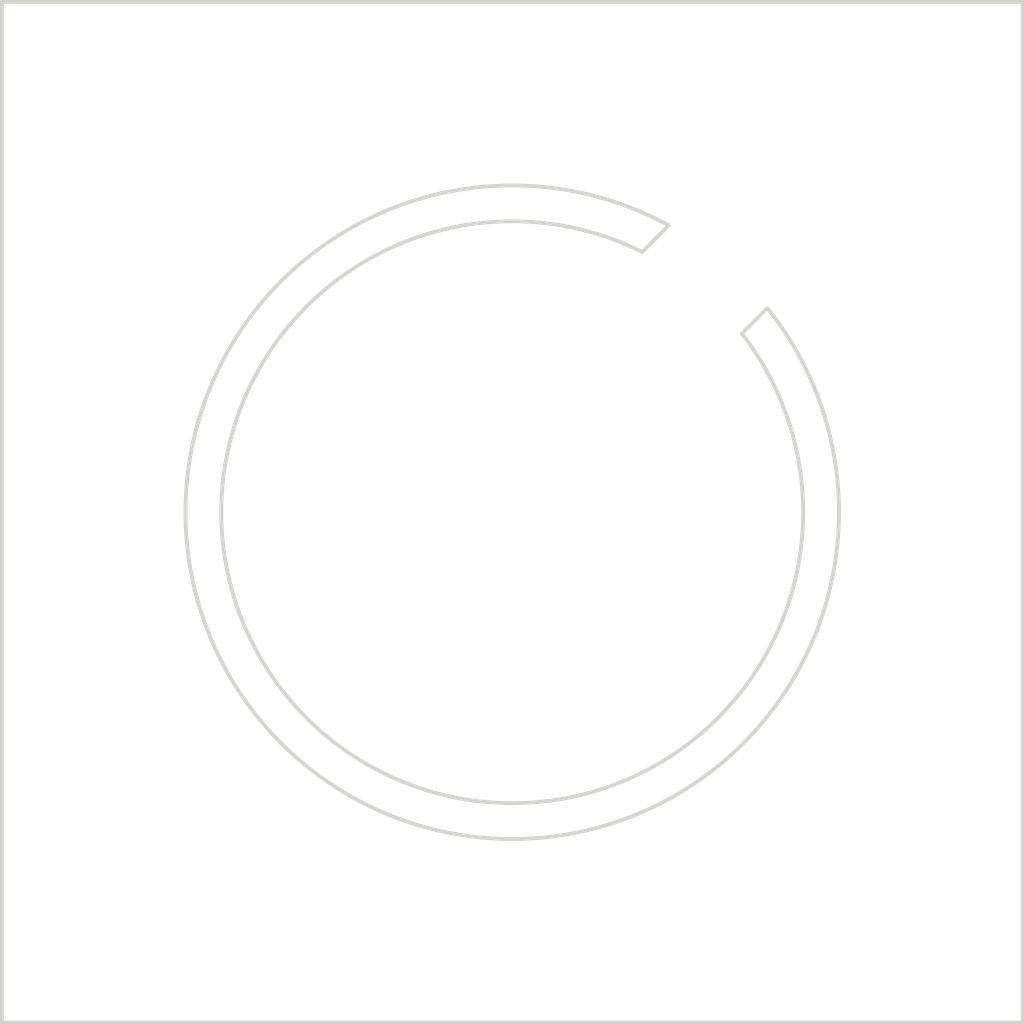
<source format=kicad_pcb>
(kicad_pcb (version 4) (host pcbnew 4.0.6)

  (general
    (links 0)
    (no_connects 0)
    (area 59.924999 29.924999 100.075001 70.075001)
    (thickness 1.6)
    (drawings 8)
    (tracks 0)
    (zones 0)
    (modules 0)
    (nets 1)
  )

  (page A4)
  (layers
    (0 F.Cu signal)
    (31 B.Cu signal)
    (32 B.Adhes user)
    (33 F.Adhes user)
    (34 B.Paste user)
    (35 F.Paste user)
    (36 B.SilkS user)
    (37 F.SilkS user)
    (38 B.Mask user)
    (39 F.Mask user)
    (40 Dwgs.User user)
    (41 Cmts.User user)
    (42 Eco1.User user)
    (43 Eco2.User user)
    (44 Edge.Cuts user)
    (45 Margin user)
    (46 B.CrtYd user)
    (47 F.CrtYd user)
    (48 B.Fab user)
    (49 F.Fab user)
  )

  (setup
    (last_trace_width 0.25)
    (trace_clearance 0.2)
    (zone_clearance 0.508)
    (zone_45_only no)
    (trace_min 0.2)
    (segment_width 0.2)
    (edge_width 0.15)
    (via_size 0.6)
    (via_drill 0.4)
    (via_min_size 0.4)
    (via_min_drill 0.3)
    (uvia_size 0.3)
    (uvia_drill 0.1)
    (uvias_allowed no)
    (uvia_min_size 0.2)
    (uvia_min_drill 0.1)
    (pcb_text_width 0.3)
    (pcb_text_size 1.5 1.5)
    (mod_edge_width 0.15)
    (mod_text_size 1 1)
    (mod_text_width 0.15)
    (pad_size 1.524 1.524)
    (pad_drill 0.762)
    (pad_to_mask_clearance 0.2)
    (aux_axis_origin 0 0)
    (visible_elements FFFFFF7F)
    (pcbplotparams
      (layerselection 0x00030_80000001)
      (usegerberextensions false)
      (excludeedgelayer true)
      (linewidth 0.100000)
      (plotframeref false)
      (viasonmask false)
      (mode 1)
      (useauxorigin false)
      (hpglpennumber 1)
      (hpglpenspeed 20)
      (hpglpendiameter 15)
      (hpglpenoverlay 2)
      (psnegative false)
      (psa4output false)
      (plotreference true)
      (plotvalue true)
      (plotinvisibletext false)
      (padsonsilk false)
      (subtractmaskfromsilk false)
      (outputformat 1)
      (mirror false)
      (drillshape 1)
      (scaleselection 1)
      (outputdirectory ""))
  )

  (net 0 "")

  (net_class Default "This is the default net class."
    (clearance 0.2)
    (trace_width 0.25)
    (via_dia 0.6)
    (via_drill 0.4)
    (uvia_dia 0.3)
    (uvia_drill 0.1)
  )

  (gr_line (start 85.1 39.8) (end 86.13 38.76) (layer Edge.Cuts) (width 0.15))
  (gr_line (start 90 42) (end 89 43) (layer Edge.Cuts) (width 0.15))
  (gr_arc (start 80 50) (end 89 43) (angle 334.4400348) (layer Edge.Cuts) (width 0.15))
  (gr_arc (start 80 50) (end 90 42) (angle 337.2702679) (layer Edge.Cuts) (width 0.15))
  (gr_line (start 60 70) (end 60 30) (layer Edge.Cuts) (width 0.15))
  (gr_line (start 100 70) (end 60 70) (layer Edge.Cuts) (width 0.15))
  (gr_line (start 100 30) (end 100 70) (layer Edge.Cuts) (width 0.15))
  (gr_line (start 60 30) (end 100 30) (layer Edge.Cuts) (width 0.15))

)

</source>
